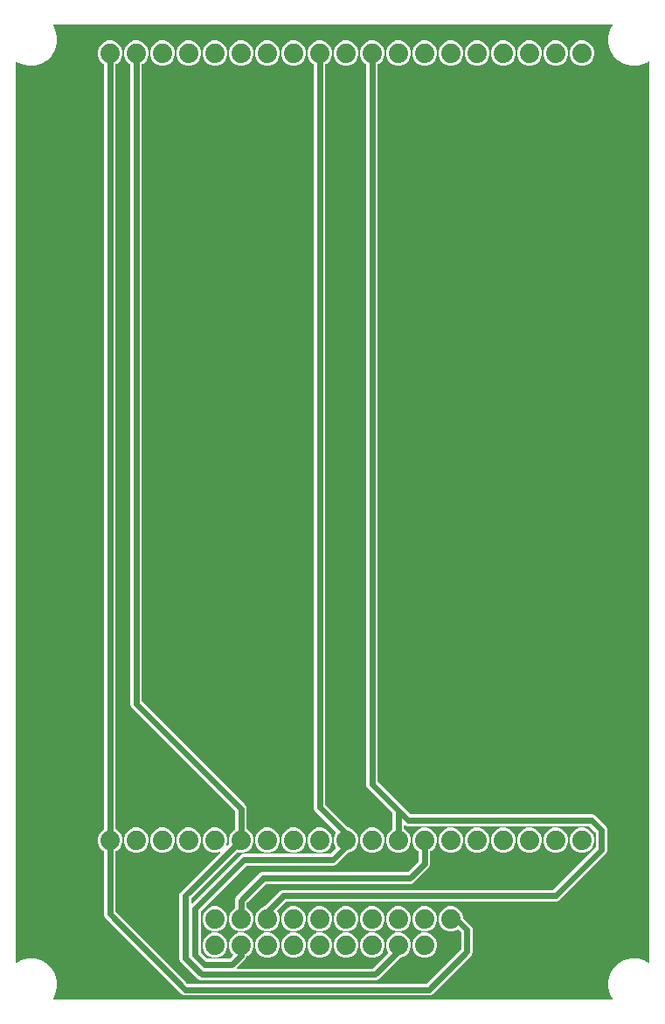
<source format=gbr>
G04 EAGLE Gerber RS-274X export*
G75*
%MOMM*%
%FSLAX34Y34*%
%LPD*%
%INBottom Copper*%
%IPPOS*%
%AMOC8*
5,1,8,0,0,1.08239X$1,22.5*%
G01*
%ADD10C,1.879600*%
%ADD11C,0.609600*%

G36*
X587901Y10557D02*
X587901Y10557D01*
X587996Y10566D01*
X588022Y10577D01*
X588050Y10581D01*
X588134Y10626D01*
X588221Y10664D01*
X588242Y10683D01*
X588267Y10697D01*
X588333Y10766D01*
X588403Y10830D01*
X588417Y10854D01*
X588436Y10875D01*
X588477Y10961D01*
X588523Y11045D01*
X588528Y11072D01*
X588540Y11098D01*
X588550Y11193D01*
X588568Y11286D01*
X588564Y11314D01*
X588567Y11342D01*
X588547Y11436D01*
X588533Y11530D01*
X588519Y11562D01*
X588515Y11583D01*
X588498Y11611D01*
X588466Y11684D01*
X586154Y15688D01*
X584439Y22088D01*
X584439Y28712D01*
X586154Y35112D01*
X589466Y40849D01*
X594151Y45534D01*
X599888Y48846D01*
X606288Y50561D01*
X612912Y50561D01*
X619312Y48846D01*
X623316Y46534D01*
X623405Y46500D01*
X623492Y46460D01*
X623520Y46457D01*
X623546Y46447D01*
X623642Y46443D01*
X623736Y46433D01*
X623764Y46439D01*
X623792Y46438D01*
X623884Y46465D01*
X623977Y46485D01*
X624001Y46500D01*
X624028Y46508D01*
X624106Y46563D01*
X624188Y46611D01*
X624206Y46633D01*
X624229Y46649D01*
X624286Y46726D01*
X624348Y46798D01*
X624358Y46825D01*
X624375Y46847D01*
X624404Y46938D01*
X624440Y47026D01*
X624444Y47062D01*
X624450Y47082D01*
X624450Y47115D01*
X624458Y47193D01*
X624458Y918007D01*
X624443Y918101D01*
X624434Y918196D01*
X624423Y918222D01*
X624419Y918250D01*
X624374Y918334D01*
X624336Y918421D01*
X624317Y918442D01*
X624303Y918467D01*
X624234Y918533D01*
X624170Y918603D01*
X624146Y918617D01*
X624125Y918636D01*
X624039Y918677D01*
X623955Y918723D01*
X623928Y918728D01*
X623902Y918740D01*
X623807Y918750D01*
X623714Y918768D01*
X623686Y918764D01*
X623658Y918767D01*
X623564Y918747D01*
X623470Y918733D01*
X623438Y918719D01*
X623417Y918715D01*
X623389Y918698D01*
X623316Y918666D01*
X619312Y916354D01*
X612912Y914639D01*
X606288Y914639D01*
X599888Y916354D01*
X594151Y919666D01*
X589466Y924351D01*
X586154Y930088D01*
X584439Y936488D01*
X584439Y943112D01*
X586154Y949512D01*
X588466Y953516D01*
X588500Y953605D01*
X588540Y953692D01*
X588543Y953720D01*
X588553Y953746D01*
X588557Y953842D01*
X588567Y953936D01*
X588561Y953964D01*
X588562Y953992D01*
X588535Y954084D01*
X588515Y954177D01*
X588500Y954201D01*
X588492Y954228D01*
X588437Y954306D01*
X588389Y954388D01*
X588367Y954406D01*
X588351Y954429D01*
X588274Y954486D01*
X588202Y954548D01*
X588175Y954558D01*
X588153Y954575D01*
X588062Y954604D01*
X587974Y954640D01*
X587938Y954644D01*
X587918Y954650D01*
X587885Y954650D01*
X587807Y954658D01*
X47193Y954658D01*
X47099Y954643D01*
X47004Y954634D01*
X46978Y954623D01*
X46950Y954619D01*
X46866Y954574D01*
X46779Y954536D01*
X46758Y954517D01*
X46733Y954503D01*
X46667Y954434D01*
X46597Y954370D01*
X46583Y954346D01*
X46564Y954325D01*
X46523Y954239D01*
X46477Y954155D01*
X46472Y954128D01*
X46460Y954102D01*
X46450Y954007D01*
X46432Y953914D01*
X46436Y953886D01*
X46433Y953858D01*
X46453Y953764D01*
X46467Y953670D01*
X46481Y953638D01*
X46485Y953617D01*
X46502Y953589D01*
X46534Y953516D01*
X48846Y949512D01*
X50561Y943112D01*
X50561Y936488D01*
X48846Y930088D01*
X45534Y924351D01*
X40849Y919666D01*
X35112Y916354D01*
X28712Y914639D01*
X22088Y914639D01*
X15688Y916354D01*
X11684Y918666D01*
X11595Y918700D01*
X11508Y918740D01*
X11480Y918743D01*
X11454Y918753D01*
X11358Y918757D01*
X11264Y918767D01*
X11236Y918761D01*
X11208Y918762D01*
X11116Y918735D01*
X11023Y918715D01*
X10999Y918700D01*
X10972Y918692D01*
X10894Y918637D01*
X10812Y918589D01*
X10794Y918567D01*
X10771Y918551D01*
X10714Y918474D01*
X10652Y918402D01*
X10642Y918375D01*
X10625Y918353D01*
X10596Y918262D01*
X10560Y918174D01*
X10556Y918138D01*
X10550Y918118D01*
X10550Y918085D01*
X10542Y918007D01*
X10542Y47193D01*
X10557Y47099D01*
X10566Y47004D01*
X10577Y46978D01*
X10581Y46950D01*
X10626Y46866D01*
X10664Y46779D01*
X10683Y46758D01*
X10697Y46733D01*
X10766Y46667D01*
X10830Y46597D01*
X10854Y46583D01*
X10875Y46564D01*
X10961Y46523D01*
X11045Y46477D01*
X11072Y46472D01*
X11098Y46460D01*
X11193Y46450D01*
X11286Y46432D01*
X11314Y46436D01*
X11342Y46433D01*
X11436Y46453D01*
X11530Y46467D01*
X11562Y46481D01*
X11583Y46485D01*
X11611Y46502D01*
X11684Y46534D01*
X15688Y48846D01*
X22088Y50561D01*
X28712Y50561D01*
X35112Y48846D01*
X40849Y45534D01*
X45534Y40849D01*
X48846Y35112D01*
X50561Y28712D01*
X50561Y22088D01*
X48846Y15688D01*
X46534Y11684D01*
X46500Y11595D01*
X46460Y11508D01*
X46457Y11480D01*
X46447Y11454D01*
X46443Y11358D01*
X46433Y11264D01*
X46439Y11236D01*
X46438Y11208D01*
X46465Y11116D01*
X46485Y11023D01*
X46500Y10999D01*
X46508Y10972D01*
X46563Y10894D01*
X46611Y10812D01*
X46633Y10794D01*
X46649Y10771D01*
X46726Y10714D01*
X46798Y10652D01*
X46825Y10642D01*
X46847Y10625D01*
X46938Y10596D01*
X47026Y10560D01*
X47062Y10556D01*
X47082Y10550D01*
X47115Y10550D01*
X47193Y10542D01*
X587807Y10542D01*
X587901Y10557D01*
G37*
%LPC*%
G36*
X189388Y29336D02*
X189388Y29336D01*
X187334Y30187D01*
X185655Y31866D01*
X171566Y45955D01*
X169887Y47634D01*
X169036Y49688D01*
X169036Y112237D01*
X169887Y114291D01*
X171566Y115970D01*
X208302Y152706D01*
X208359Y152785D01*
X208421Y152860D01*
X208430Y152884D01*
X208446Y152906D01*
X208474Y152999D01*
X208509Y153089D01*
X208510Y153116D01*
X208518Y153141D01*
X208515Y153238D01*
X208520Y153335D01*
X208512Y153360D01*
X208512Y153386D01*
X208478Y153478D01*
X208451Y153571D01*
X208436Y153593D01*
X208427Y153617D01*
X208366Y153694D01*
X208311Y153773D01*
X208290Y153789D01*
X208273Y153810D01*
X208192Y153862D01*
X208113Y153920D01*
X208089Y153928D01*
X208067Y153943D01*
X207972Y153966D01*
X207880Y153996D01*
X207853Y153996D01*
X207828Y154003D01*
X207731Y153995D01*
X207634Y153994D01*
X207602Y153985D01*
X207583Y153983D01*
X207553Y153971D01*
X207473Y153947D01*
X205575Y153161D01*
X200825Y153161D01*
X196437Y154979D01*
X193079Y158337D01*
X191261Y162725D01*
X191261Y167475D01*
X193079Y171863D01*
X196437Y175221D01*
X200825Y177039D01*
X205575Y177039D01*
X209963Y175221D01*
X213321Y171863D01*
X215139Y167475D01*
X215139Y162725D01*
X214353Y160827D01*
X214330Y160733D01*
X214302Y160640D01*
X214302Y160613D01*
X214296Y160588D01*
X214306Y160491D01*
X214308Y160394D01*
X214317Y160369D01*
X214320Y160343D01*
X214359Y160254D01*
X214393Y160163D01*
X214409Y160142D01*
X214420Y160118D01*
X214485Y160047D01*
X214546Y159971D01*
X214568Y159957D01*
X214586Y159937D01*
X214671Y159890D01*
X214753Y159838D01*
X214779Y159831D01*
X214801Y159819D01*
X214897Y159801D01*
X214992Y159778D01*
X215018Y159780D01*
X215044Y159775D01*
X215140Y159789D01*
X215237Y159797D01*
X215261Y159807D01*
X215287Y159811D01*
X215374Y159855D01*
X215463Y159893D01*
X215489Y159913D01*
X215506Y159922D01*
X215529Y159946D01*
X215594Y159998D01*
X216788Y161192D01*
X216856Y161286D01*
X216926Y161380D01*
X216928Y161386D01*
X216931Y161391D01*
X216966Y161502D01*
X217002Y161614D01*
X217002Y161620D01*
X217004Y161626D01*
X217001Y161743D01*
X217000Y161860D01*
X216998Y161867D01*
X216997Y161872D01*
X216991Y161890D01*
X216953Y162021D01*
X216661Y162725D01*
X216661Y167475D01*
X218479Y171863D01*
X221837Y175221D01*
X222541Y175513D01*
X222641Y175574D01*
X222741Y175634D01*
X222745Y175639D01*
X222750Y175642D01*
X222825Y175732D01*
X222901Y175821D01*
X222903Y175827D01*
X222907Y175832D01*
X222949Y175940D01*
X222993Y176049D01*
X222994Y176057D01*
X222995Y176062D01*
X222996Y176080D01*
X223011Y176216D01*
X223011Y192950D01*
X222997Y193040D01*
X222989Y193131D01*
X222977Y193161D01*
X222972Y193192D01*
X222929Y193273D01*
X222893Y193357D01*
X222867Y193389D01*
X222856Y193410D01*
X222833Y193432D01*
X222788Y193488D01*
X122262Y294014D01*
X121411Y296068D01*
X121411Y915984D01*
X121392Y916099D01*
X121375Y916215D01*
X121373Y916220D01*
X121372Y916227D01*
X121317Y916329D01*
X121264Y916434D01*
X121259Y916439D01*
X121256Y916444D01*
X121172Y916524D01*
X121088Y916606D01*
X121082Y916610D01*
X121078Y916613D01*
X121061Y916621D01*
X120941Y916687D01*
X120237Y916979D01*
X116879Y920337D01*
X115061Y924725D01*
X115061Y929475D01*
X116879Y933863D01*
X120237Y937221D01*
X124625Y939039D01*
X129375Y939039D01*
X133763Y937221D01*
X137121Y933863D01*
X138939Y929475D01*
X138939Y924725D01*
X137121Y920337D01*
X133763Y916979D01*
X133059Y916687D01*
X132959Y916626D01*
X132859Y916566D01*
X132855Y916561D01*
X132850Y916558D01*
X132775Y916468D01*
X132699Y916379D01*
X132697Y916373D01*
X132693Y916368D01*
X132651Y916260D01*
X132607Y916151D01*
X132606Y916143D01*
X132605Y916138D01*
X132604Y916120D01*
X132589Y915984D01*
X132589Y299810D01*
X132592Y299793D01*
X132590Y299777D01*
X132604Y299711D01*
X132611Y299629D01*
X132623Y299599D01*
X132628Y299568D01*
X132640Y299545D01*
X132642Y299537D01*
X132665Y299498D01*
X132671Y299487D01*
X132707Y299403D01*
X132733Y299371D01*
X132744Y299350D01*
X132767Y299328D01*
X132768Y299326D01*
X132770Y299325D01*
X132812Y299272D01*
X233338Y198746D01*
X234189Y196692D01*
X234189Y176216D01*
X234208Y176101D01*
X234225Y175985D01*
X234227Y175980D01*
X234228Y175973D01*
X234283Y175871D01*
X234336Y175766D01*
X234341Y175761D01*
X234344Y175756D01*
X234428Y175676D01*
X234512Y175594D01*
X234518Y175590D01*
X234522Y175587D01*
X234539Y175579D01*
X234659Y175513D01*
X235363Y175221D01*
X238721Y171863D01*
X240539Y167475D01*
X240539Y162725D01*
X238721Y158337D01*
X235363Y154979D01*
X230975Y153161D01*
X226225Y153161D01*
X225521Y153453D01*
X225407Y153480D01*
X225294Y153508D01*
X225288Y153508D01*
X225282Y153509D01*
X225165Y153498D01*
X225049Y153489D01*
X225043Y153487D01*
X225037Y153486D01*
X224929Y153438D01*
X224823Y153393D01*
X224817Y153388D01*
X224812Y153386D01*
X224798Y153373D01*
X224692Y153288D01*
X180437Y109033D01*
X180384Y108959D01*
X180324Y108890D01*
X180312Y108859D01*
X180293Y108833D01*
X180266Y108746D01*
X180232Y108661D01*
X180228Y108621D01*
X180221Y108598D01*
X180222Y108566D01*
X180214Y108495D01*
X180214Y104230D01*
X180225Y104159D01*
X180227Y104088D01*
X180245Y104039D01*
X180253Y103987D01*
X180287Y103924D01*
X180312Y103857D01*
X180344Y103816D01*
X180369Y103770D01*
X180421Y103721D01*
X180465Y103665D01*
X180509Y103637D01*
X180547Y103601D01*
X180612Y103571D01*
X180672Y103532D01*
X180723Y103519D01*
X180770Y103497D01*
X180841Y103489D01*
X180911Y103472D01*
X180963Y103476D01*
X181014Y103470D01*
X181085Y103485D01*
X181156Y103491D01*
X181204Y103511D01*
X181255Y103522D01*
X181316Y103559D01*
X181382Y103587D01*
X181438Y103632D01*
X181466Y103648D01*
X181481Y103666D01*
X181513Y103692D01*
X226930Y149109D01*
X228609Y150788D01*
X230663Y151639D01*
X314870Y151639D01*
X314960Y151653D01*
X315051Y151661D01*
X315081Y151673D01*
X315112Y151678D01*
X315193Y151721D01*
X315277Y151757D01*
X315309Y151783D01*
X315330Y151794D01*
X315352Y151817D01*
X315408Y151862D01*
X320443Y156897D01*
X320455Y156913D01*
X320470Y156925D01*
X320526Y157012D01*
X320586Y157096D01*
X320592Y157115D01*
X320603Y157132D01*
X320628Y157233D01*
X320659Y157331D01*
X320658Y157351D01*
X320663Y157371D01*
X320655Y157474D01*
X320652Y157577D01*
X320646Y157596D01*
X320644Y157616D01*
X320604Y157711D01*
X320568Y157808D01*
X320556Y157824D01*
X320548Y157842D01*
X320443Y157973D01*
X320079Y158337D01*
X318261Y162725D01*
X318261Y167475D01*
X320079Y171863D01*
X320443Y172227D01*
X320455Y172243D01*
X320470Y172255D01*
X320526Y172343D01*
X320586Y172427D01*
X320592Y172446D01*
X320603Y172462D01*
X320628Y172563D01*
X320659Y172662D01*
X320658Y172682D01*
X320663Y172701D01*
X320655Y172804D01*
X320652Y172908D01*
X320646Y172926D01*
X320644Y172946D01*
X320604Y173041D01*
X320568Y173139D01*
X320556Y173154D01*
X320548Y173172D01*
X320443Y173303D01*
X300062Y193684D01*
X299211Y195738D01*
X299211Y915984D01*
X299192Y916099D01*
X299175Y916215D01*
X299173Y916220D01*
X299172Y916227D01*
X299117Y916329D01*
X299064Y916434D01*
X299059Y916439D01*
X299056Y916444D01*
X298972Y916524D01*
X298888Y916606D01*
X298882Y916610D01*
X298878Y916613D01*
X298861Y916621D01*
X298741Y916687D01*
X298037Y916979D01*
X294679Y920337D01*
X292861Y924725D01*
X292861Y929475D01*
X294679Y933863D01*
X298037Y937221D01*
X302425Y939039D01*
X307175Y939039D01*
X311563Y937221D01*
X314921Y933863D01*
X316739Y929475D01*
X316739Y924725D01*
X314921Y920337D01*
X311563Y916979D01*
X310859Y916687D01*
X310759Y916626D01*
X310659Y916566D01*
X310655Y916561D01*
X310650Y916558D01*
X310575Y916468D01*
X310499Y916379D01*
X310497Y916373D01*
X310493Y916368D01*
X310451Y916260D01*
X310407Y916151D01*
X310406Y916143D01*
X310405Y916138D01*
X310404Y916120D01*
X310389Y915984D01*
X310389Y199480D01*
X310403Y199390D01*
X310411Y199299D01*
X310423Y199269D01*
X310428Y199238D01*
X310471Y199157D01*
X310507Y199073D01*
X310533Y199041D01*
X310544Y199020D01*
X310567Y198998D01*
X310612Y198942D01*
X332366Y177188D01*
X332419Y177150D01*
X332466Y177104D01*
X332539Y177064D01*
X332565Y177045D01*
X332584Y177039D01*
X332613Y177023D01*
X336963Y175221D01*
X340321Y171863D01*
X342139Y167475D01*
X342139Y162725D01*
X340321Y158337D01*
X336963Y154979D01*
X332613Y153177D01*
X332557Y153142D01*
X332497Y153117D01*
X332432Y153065D01*
X332403Y153047D01*
X332391Y153032D01*
X332366Y153012D01*
X320666Y141312D01*
X318612Y140461D01*
X234405Y140461D01*
X234315Y140447D01*
X234224Y140439D01*
X234194Y140427D01*
X234163Y140422D01*
X234082Y140379D01*
X233998Y140343D01*
X233966Y140317D01*
X233945Y140306D01*
X233923Y140283D01*
X233867Y140238D01*
X189962Y96333D01*
X189919Y96273D01*
X189877Y96230D01*
X189870Y96214D01*
X189849Y96190D01*
X189837Y96159D01*
X189818Y96133D01*
X189791Y96046D01*
X189786Y96033D01*
X189774Y96007D01*
X189773Y96001D01*
X189757Y95961D01*
X189753Y95921D01*
X189746Y95898D01*
X189747Y95866D01*
X189739Y95795D01*
X189739Y56605D01*
X189753Y56515D01*
X189761Y56424D01*
X189773Y56394D01*
X189778Y56363D01*
X189821Y56282D01*
X189857Y56198D01*
X189883Y56166D01*
X189894Y56145D01*
X189917Y56123D01*
X189962Y56067D01*
X195767Y50262D01*
X195841Y50209D01*
X195910Y50149D01*
X195940Y50137D01*
X195967Y50118D01*
X196054Y50091D01*
X196139Y50057D01*
X196179Y50053D01*
X196202Y50046D01*
X196234Y50047D01*
X196305Y50039D01*
X217080Y50039D01*
X217170Y50053D01*
X217261Y50061D01*
X217291Y50073D01*
X217322Y50078D01*
X217403Y50121D01*
X217487Y50157D01*
X217519Y50183D01*
X217540Y50194D01*
X217562Y50217D01*
X217618Y50262D01*
X220748Y53392D01*
X220760Y53408D01*
X220775Y53420D01*
X220816Y53484D01*
X220836Y53505D01*
X220848Y53531D01*
X220891Y53591D01*
X220897Y53610D01*
X220908Y53627D01*
X220926Y53699D01*
X220940Y53728D01*
X220943Y53759D01*
X220964Y53826D01*
X220963Y53846D01*
X220968Y53866D01*
X220963Y53936D01*
X220967Y53972D01*
X220959Y54007D01*
X220957Y54072D01*
X220951Y54091D01*
X220949Y54111D01*
X220924Y54171D01*
X220914Y54213D01*
X220893Y54249D01*
X220873Y54303D01*
X220861Y54319D01*
X220853Y54337D01*
X220803Y54399D01*
X220788Y54424D01*
X220773Y54437D01*
X220748Y54468D01*
X218479Y56737D01*
X216661Y61125D01*
X216661Y65875D01*
X218479Y70263D01*
X221837Y73621D01*
X226225Y75439D01*
X230975Y75439D01*
X235363Y73621D01*
X238721Y70263D01*
X240539Y65875D01*
X240539Y61125D01*
X238721Y56737D01*
X235363Y53379D01*
X234659Y53087D01*
X234559Y53026D01*
X234459Y52966D01*
X234455Y52961D01*
X234450Y52958D01*
X234375Y52868D01*
X234299Y52779D01*
X234297Y52773D01*
X234293Y52768D01*
X234251Y52660D01*
X234207Y52551D01*
X234206Y52543D01*
X234205Y52538D01*
X234204Y52520D01*
X234189Y52384D01*
X234189Y52228D01*
X233338Y50174D01*
X224977Y41813D01*
X224935Y41755D01*
X224886Y41703D01*
X224864Y41656D01*
X224833Y41614D01*
X224812Y41545D01*
X224782Y41480D01*
X224776Y41428D01*
X224761Y41378D01*
X224763Y41307D01*
X224755Y41236D01*
X224766Y41185D01*
X224767Y41133D01*
X224792Y41065D01*
X224807Y40995D01*
X224834Y40950D01*
X224852Y40902D01*
X224897Y40846D01*
X224933Y40784D01*
X224973Y40750D01*
X225006Y40710D01*
X225066Y40671D01*
X225120Y40624D01*
X225169Y40605D01*
X225212Y40577D01*
X225282Y40559D01*
X225348Y40532D01*
X225420Y40524D01*
X225451Y40516D01*
X225474Y40518D01*
X225515Y40514D01*
X356145Y40514D01*
X356235Y40528D01*
X356326Y40536D01*
X356356Y40548D01*
X356387Y40553D01*
X356468Y40596D01*
X356552Y40632D01*
X356584Y40658D01*
X356605Y40669D01*
X356627Y40692D01*
X356683Y40737D01*
X371243Y55297D01*
X371255Y55313D01*
X371270Y55325D01*
X371326Y55413D01*
X371386Y55496D01*
X371392Y55515D01*
X371403Y55532D01*
X371428Y55633D01*
X371459Y55731D01*
X371458Y55751D01*
X371463Y55771D01*
X371455Y55874D01*
X371452Y55977D01*
X371446Y55996D01*
X371444Y56016D01*
X371404Y56111D01*
X371368Y56208D01*
X371355Y56224D01*
X371348Y56242D01*
X371243Y56373D01*
X370879Y56737D01*
X369061Y61125D01*
X369061Y65875D01*
X370879Y70263D01*
X374237Y73621D01*
X378625Y75439D01*
X383375Y75439D01*
X387763Y73621D01*
X391121Y70263D01*
X392939Y65875D01*
X392939Y61125D01*
X391121Y56737D01*
X387763Y53379D01*
X383413Y51577D01*
X383357Y51542D01*
X383297Y51517D01*
X383232Y51465D01*
X383203Y51447D01*
X383191Y51432D01*
X383166Y51412D01*
X361941Y30187D01*
X359887Y29336D01*
X189388Y29336D01*
G37*
%LPD*%
%LPC*%
G36*
X251625Y76961D02*
X251625Y76961D01*
X247237Y78779D01*
X243879Y82137D01*
X242061Y86525D01*
X242061Y91275D01*
X243879Y95663D01*
X247237Y99021D01*
X251587Y100823D01*
X251643Y100858D01*
X251703Y100883D01*
X251768Y100935D01*
X251797Y100953D01*
X251809Y100968D01*
X251834Y100988D01*
X266709Y115863D01*
X268763Y116714D01*
X530770Y116714D01*
X530860Y116728D01*
X530951Y116736D01*
X530981Y116748D01*
X531012Y116753D01*
X531093Y116796D01*
X531177Y116832D01*
X531209Y116858D01*
X531230Y116869D01*
X531252Y116892D01*
X531308Y116937D01*
X572038Y157667D01*
X572091Y157741D01*
X572151Y157810D01*
X572163Y157841D01*
X572182Y157867D01*
X572209Y157954D01*
X572243Y158039D01*
X572247Y158079D01*
X572254Y158102D01*
X572253Y158134D01*
X572261Y158205D01*
X572261Y171995D01*
X572247Y172085D01*
X572239Y172176D01*
X572227Y172206D01*
X572222Y172237D01*
X572179Y172318D01*
X572143Y172402D01*
X572117Y172434D01*
X572106Y172455D01*
X572083Y172477D01*
X572038Y172533D01*
X566233Y178338D01*
X566159Y178391D01*
X566090Y178451D01*
X566059Y178463D01*
X566033Y178482D01*
X565946Y178509D01*
X565861Y178543D01*
X565821Y178547D01*
X565798Y178554D01*
X565766Y178553D01*
X565695Y178561D01*
X389413Y178561D01*
X387641Y179295D01*
X387597Y179306D01*
X387555Y179325D01*
X387478Y179334D01*
X387402Y179351D01*
X387356Y179347D01*
X387311Y179352D01*
X387234Y179336D01*
X387157Y179328D01*
X387115Y179310D01*
X387070Y179300D01*
X387003Y179260D01*
X386932Y179228D01*
X386898Y179197D01*
X386859Y179174D01*
X386808Y179115D01*
X386751Y179062D01*
X386729Y179022D01*
X386699Y178987D01*
X386670Y178915D01*
X386633Y178846D01*
X386624Y178801D01*
X386607Y178759D01*
X386592Y178623D01*
X386589Y178604D01*
X386590Y178599D01*
X386589Y178592D01*
X386589Y176216D01*
X386608Y176101D01*
X386625Y175985D01*
X386627Y175980D01*
X386628Y175973D01*
X386683Y175871D01*
X386736Y175766D01*
X386741Y175761D01*
X386744Y175756D01*
X386828Y175676D01*
X386912Y175594D01*
X386918Y175590D01*
X386922Y175587D01*
X386939Y175579D01*
X387059Y175513D01*
X387763Y175221D01*
X391121Y171863D01*
X392939Y167475D01*
X392939Y162725D01*
X391121Y158337D01*
X387763Y154979D01*
X383375Y153161D01*
X378625Y153161D01*
X374237Y154979D01*
X370879Y158337D01*
X369061Y162725D01*
X369061Y167475D01*
X370879Y171863D01*
X374237Y175221D01*
X374941Y175513D01*
X375041Y175574D01*
X375141Y175634D01*
X375145Y175639D01*
X375150Y175642D01*
X375225Y175732D01*
X375301Y175821D01*
X375303Y175827D01*
X375307Y175832D01*
X375349Y175940D01*
X375393Y176049D01*
X375394Y176057D01*
X375395Y176062D01*
X375396Y176080D01*
X375411Y176216D01*
X375411Y191045D01*
X375397Y191135D01*
X375389Y191226D01*
X375377Y191256D01*
X375372Y191287D01*
X375329Y191368D01*
X375293Y191452D01*
X375267Y191484D01*
X375256Y191505D01*
X375233Y191527D01*
X375188Y191583D01*
X350862Y215909D01*
X350011Y217963D01*
X350011Y915984D01*
X349992Y916099D01*
X349975Y916215D01*
X349973Y916220D01*
X349972Y916227D01*
X349917Y916329D01*
X349864Y916434D01*
X349859Y916439D01*
X349856Y916444D01*
X349772Y916524D01*
X349688Y916606D01*
X349682Y916610D01*
X349678Y916613D01*
X349661Y916621D01*
X349541Y916687D01*
X348837Y916979D01*
X345479Y920337D01*
X343661Y924725D01*
X343661Y929475D01*
X345479Y933863D01*
X348837Y937221D01*
X353225Y939039D01*
X357975Y939039D01*
X362363Y937221D01*
X365721Y933863D01*
X367539Y929475D01*
X367539Y924725D01*
X365721Y920337D01*
X362363Y916979D01*
X361659Y916687D01*
X361559Y916626D01*
X361459Y916566D01*
X361455Y916561D01*
X361450Y916558D01*
X361375Y916468D01*
X361299Y916379D01*
X361297Y916373D01*
X361293Y916368D01*
X361251Y916260D01*
X361207Y916151D01*
X361206Y916143D01*
X361205Y916138D01*
X361204Y916120D01*
X361189Y915984D01*
X361189Y221705D01*
X361203Y221615D01*
X361211Y221524D01*
X361223Y221494D01*
X361228Y221463D01*
X361271Y221382D01*
X361307Y221298D01*
X361333Y221266D01*
X361344Y221245D01*
X361367Y221223D01*
X361412Y221167D01*
X392617Y189962D01*
X392691Y189909D01*
X392760Y189849D01*
X392791Y189837D01*
X392817Y189818D01*
X392904Y189791D01*
X392989Y189757D01*
X393029Y189753D01*
X393052Y189746D01*
X393084Y189747D01*
X393155Y189739D01*
X569437Y189739D01*
X571491Y188888D01*
X582588Y177791D01*
X583439Y175737D01*
X583439Y154463D01*
X582588Y152409D01*
X536566Y106387D01*
X534512Y105536D01*
X272505Y105536D01*
X272415Y105522D01*
X272324Y105514D01*
X272294Y105502D01*
X272263Y105497D01*
X272182Y105454D01*
X272098Y105418D01*
X272066Y105392D01*
X272045Y105381D01*
X272023Y105358D01*
X271967Y105313D01*
X263757Y97103D01*
X263745Y97087D01*
X263730Y97075D01*
X263693Y97017D01*
X263668Y96991D01*
X263653Y96958D01*
X263614Y96904D01*
X263608Y96885D01*
X263597Y96868D01*
X263580Y96803D01*
X263564Y96768D01*
X263560Y96730D01*
X263541Y96669D01*
X263542Y96649D01*
X263537Y96629D01*
X263542Y96565D01*
X263537Y96524D01*
X263546Y96484D01*
X263548Y96423D01*
X263554Y96404D01*
X263556Y96384D01*
X263580Y96328D01*
X263590Y96283D01*
X263613Y96244D01*
X263632Y96192D01*
X263644Y96176D01*
X263652Y96158D01*
X263701Y96097D01*
X263716Y96072D01*
X263732Y96058D01*
X263757Y96027D01*
X264121Y95663D01*
X265939Y91275D01*
X265939Y86525D01*
X264121Y82137D01*
X260763Y78779D01*
X256375Y76961D01*
X251625Y76961D01*
G37*
%LPD*%
%LPC*%
G36*
X173513Y14731D02*
X173513Y14731D01*
X171459Y15582D01*
X96862Y90179D01*
X96011Y92233D01*
X96011Y153984D01*
X95992Y154099D01*
X95975Y154215D01*
X95973Y154220D01*
X95972Y154227D01*
X95917Y154329D01*
X95864Y154434D01*
X95859Y154439D01*
X95856Y154444D01*
X95772Y154524D01*
X95688Y154606D01*
X95682Y154610D01*
X95678Y154613D01*
X95661Y154621D01*
X95541Y154687D01*
X94837Y154979D01*
X91479Y158337D01*
X89661Y162725D01*
X89661Y167475D01*
X91479Y171863D01*
X94837Y175221D01*
X95541Y175513D01*
X95641Y175574D01*
X95741Y175634D01*
X95745Y175639D01*
X95750Y175642D01*
X95825Y175732D01*
X95901Y175821D01*
X95903Y175827D01*
X95907Y175832D01*
X95949Y175940D01*
X95993Y176049D01*
X95994Y176057D01*
X95995Y176062D01*
X95996Y176080D01*
X96011Y176216D01*
X96011Y915984D01*
X95992Y916099D01*
X95975Y916215D01*
X95973Y916220D01*
X95972Y916227D01*
X95917Y916329D01*
X95864Y916434D01*
X95859Y916439D01*
X95856Y916444D01*
X95772Y916524D01*
X95688Y916606D01*
X95682Y916610D01*
X95678Y916613D01*
X95661Y916621D01*
X95541Y916687D01*
X94837Y916979D01*
X91479Y920337D01*
X89661Y924725D01*
X89661Y929475D01*
X91479Y933863D01*
X94837Y937221D01*
X99225Y939039D01*
X103975Y939039D01*
X108363Y937221D01*
X111721Y933863D01*
X113539Y929475D01*
X113539Y924725D01*
X111721Y920337D01*
X108363Y916979D01*
X107659Y916687D01*
X107559Y916626D01*
X107459Y916566D01*
X107455Y916561D01*
X107450Y916558D01*
X107375Y916468D01*
X107299Y916379D01*
X107297Y916373D01*
X107293Y916368D01*
X107251Y916260D01*
X107207Y916151D01*
X107206Y916143D01*
X107205Y916138D01*
X107204Y916120D01*
X107189Y915984D01*
X107189Y176216D01*
X107208Y176101D01*
X107225Y175985D01*
X107227Y175980D01*
X107228Y175973D01*
X107283Y175871D01*
X107336Y175766D01*
X107341Y175761D01*
X107344Y175756D01*
X107428Y175676D01*
X107512Y175594D01*
X107518Y175590D01*
X107522Y175587D01*
X107539Y175579D01*
X107659Y175513D01*
X108363Y175221D01*
X111721Y171863D01*
X113539Y167475D01*
X113539Y162725D01*
X111721Y158337D01*
X108363Y154979D01*
X107659Y154687D01*
X107559Y154626D01*
X107459Y154566D01*
X107455Y154561D01*
X107450Y154558D01*
X107375Y154468D01*
X107299Y154379D01*
X107297Y154373D01*
X107293Y154368D01*
X107251Y154260D01*
X107207Y154151D01*
X107206Y154143D01*
X107205Y154138D01*
X107204Y154120D01*
X107189Y153984D01*
X107189Y95975D01*
X107203Y95885D01*
X107211Y95794D01*
X107223Y95764D01*
X107228Y95733D01*
X107271Y95652D01*
X107307Y95568D01*
X107333Y95536D01*
X107344Y95515D01*
X107367Y95493D01*
X107412Y95437D01*
X176717Y26132D01*
X176791Y26079D01*
X176860Y26019D01*
X176891Y26007D01*
X176917Y25988D01*
X177004Y25961D01*
X177089Y25927D01*
X177129Y25923D01*
X177152Y25916D01*
X177184Y25917D01*
X177255Y25909D01*
X408215Y25909D01*
X408305Y25923D01*
X408396Y25931D01*
X408426Y25943D01*
X408457Y25948D01*
X408538Y25991D01*
X408622Y26027D01*
X408654Y26053D01*
X408675Y26064D01*
X408697Y26087D01*
X408753Y26132D01*
X441863Y59242D01*
X441916Y59316D01*
X441976Y59385D01*
X441988Y59416D01*
X442007Y59442D01*
X442034Y59529D01*
X442068Y59614D01*
X442072Y59654D01*
X442079Y59677D01*
X442078Y59709D01*
X442086Y59780D01*
X442086Y75475D01*
X442072Y75565D01*
X442064Y75656D01*
X442052Y75686D01*
X442047Y75717D01*
X442004Y75798D01*
X441968Y75882D01*
X441942Y75914D01*
X441931Y75935D01*
X441908Y75957D01*
X441863Y76013D01*
X439301Y78576D01*
X439206Y78644D01*
X439112Y78714D01*
X439106Y78716D01*
X439101Y78719D01*
X438990Y78754D01*
X438878Y78790D01*
X438872Y78790D01*
X438866Y78792D01*
X438749Y78789D01*
X438632Y78788D01*
X438625Y78785D01*
X438620Y78785D01*
X438602Y78779D01*
X438471Y78741D01*
X434175Y76961D01*
X429425Y76961D01*
X425037Y78779D01*
X421679Y82137D01*
X419861Y86525D01*
X419861Y91275D01*
X421679Y95663D01*
X425037Y99021D01*
X429425Y100839D01*
X434175Y100839D01*
X438563Y99021D01*
X441921Y95663D01*
X443739Y91275D01*
X443739Y90260D01*
X443753Y90170D01*
X443761Y90079D01*
X443773Y90049D01*
X443778Y90018D01*
X443821Y89937D01*
X443857Y89853D01*
X443883Y89821D01*
X443894Y89800D01*
X443917Y89778D01*
X443962Y89722D01*
X452413Y81271D01*
X453264Y79217D01*
X453264Y56038D01*
X452413Y53984D01*
X414011Y15582D01*
X411957Y14731D01*
X173513Y14731D01*
G37*
%LPD*%
%LPC*%
G36*
X226225Y76961D02*
X226225Y76961D01*
X221837Y78779D01*
X218479Y82137D01*
X216661Y86525D01*
X216661Y91275D01*
X218479Y95663D01*
X221837Y99021D01*
X222541Y99313D01*
X222641Y99374D01*
X222741Y99434D01*
X222745Y99439D01*
X222750Y99442D01*
X222825Y99532D01*
X222901Y99621D01*
X222903Y99627D01*
X222907Y99632D01*
X222949Y99740D01*
X222993Y99849D01*
X222994Y99857D01*
X222995Y99862D01*
X222996Y99880D01*
X223011Y100016D01*
X223011Y107792D01*
X223862Y109846D01*
X247024Y133008D01*
X249078Y133859D01*
X389800Y133859D01*
X389890Y133873D01*
X389981Y133881D01*
X390011Y133893D01*
X390042Y133898D01*
X390123Y133941D01*
X390207Y133977D01*
X390239Y134003D01*
X390260Y134014D01*
X390265Y134019D01*
X390283Y134038D01*
X390338Y134082D01*
X400588Y144332D01*
X400641Y144406D01*
X400701Y144475D01*
X400713Y144506D01*
X400732Y144532D01*
X400759Y144619D01*
X400793Y144704D01*
X400797Y144744D01*
X400804Y144767D01*
X400803Y144799D01*
X400811Y144870D01*
X400811Y153984D01*
X400792Y154099D01*
X400775Y154215D01*
X400773Y154220D01*
X400772Y154227D01*
X400717Y154329D01*
X400664Y154434D01*
X400659Y154439D01*
X400656Y154444D01*
X400572Y154524D01*
X400488Y154606D01*
X400482Y154610D01*
X400478Y154613D01*
X400461Y154621D01*
X400341Y154687D01*
X399637Y154979D01*
X396279Y158337D01*
X394461Y162725D01*
X394461Y167475D01*
X396279Y171863D01*
X399637Y175221D01*
X404025Y177039D01*
X408775Y177039D01*
X413163Y175221D01*
X416521Y171863D01*
X418339Y167475D01*
X418339Y162725D01*
X416521Y158337D01*
X413163Y154979D01*
X412459Y154687D01*
X412359Y154626D01*
X412259Y154566D01*
X412255Y154561D01*
X412250Y154558D01*
X412175Y154468D01*
X412099Y154379D01*
X412097Y154373D01*
X412093Y154368D01*
X412051Y154260D01*
X412007Y154151D01*
X412006Y154143D01*
X412005Y154138D01*
X412004Y154120D01*
X411989Y153984D01*
X411989Y141128D01*
X411138Y139074D01*
X395596Y123532D01*
X393542Y122681D01*
X252820Y122681D01*
X252730Y122667D01*
X252639Y122659D01*
X252609Y122647D01*
X252578Y122642D01*
X252497Y122599D01*
X252413Y122563D01*
X252381Y122537D01*
X252360Y122526D01*
X252338Y122503D01*
X252282Y122458D01*
X234412Y104588D01*
X234359Y104514D01*
X234299Y104445D01*
X234287Y104414D01*
X234268Y104388D01*
X234241Y104301D01*
X234207Y104216D01*
X234203Y104175D01*
X234196Y104153D01*
X234197Y104121D01*
X234189Y104050D01*
X234189Y100016D01*
X234208Y99901D01*
X234225Y99785D01*
X234227Y99780D01*
X234228Y99773D01*
X234283Y99671D01*
X234336Y99566D01*
X234341Y99561D01*
X234344Y99556D01*
X234428Y99476D01*
X234512Y99394D01*
X234518Y99390D01*
X234522Y99387D01*
X234539Y99379D01*
X234659Y99313D01*
X235363Y99021D01*
X238721Y95663D01*
X240539Y91275D01*
X240539Y86525D01*
X238721Y82137D01*
X235363Y78779D01*
X230975Y76961D01*
X226225Y76961D01*
G37*
%LPD*%
%LPC*%
G36*
X480225Y915161D02*
X480225Y915161D01*
X475837Y916979D01*
X472479Y920337D01*
X470661Y924725D01*
X470661Y929475D01*
X472479Y933863D01*
X475837Y937221D01*
X480225Y939039D01*
X484975Y939039D01*
X489363Y937221D01*
X492721Y933863D01*
X494539Y929475D01*
X494539Y924725D01*
X492721Y920337D01*
X489363Y916979D01*
X484975Y915161D01*
X480225Y915161D01*
G37*
%LPD*%
%LPC*%
G36*
X556425Y915161D02*
X556425Y915161D01*
X552037Y916979D01*
X548679Y920337D01*
X546861Y924725D01*
X546861Y929475D01*
X548679Y933863D01*
X552037Y937221D01*
X556425Y939039D01*
X561175Y939039D01*
X565563Y937221D01*
X568921Y933863D01*
X570739Y929475D01*
X570739Y924725D01*
X568921Y920337D01*
X565563Y916979D01*
X561175Y915161D01*
X556425Y915161D01*
G37*
%LPD*%
%LPC*%
G36*
X505625Y915161D02*
X505625Y915161D01*
X501237Y916979D01*
X497879Y920337D01*
X496061Y924725D01*
X496061Y929475D01*
X497879Y933863D01*
X501237Y937221D01*
X505625Y939039D01*
X510375Y939039D01*
X514763Y937221D01*
X518121Y933863D01*
X519939Y929475D01*
X519939Y924725D01*
X518121Y920337D01*
X514763Y916979D01*
X510375Y915161D01*
X505625Y915161D01*
G37*
%LPD*%
%LPC*%
G36*
X251625Y915161D02*
X251625Y915161D01*
X247237Y916979D01*
X243879Y920337D01*
X242061Y924725D01*
X242061Y929475D01*
X243879Y933863D01*
X247237Y937221D01*
X251625Y939039D01*
X256375Y939039D01*
X260763Y937221D01*
X264121Y933863D01*
X265939Y929475D01*
X265939Y924725D01*
X264121Y920337D01*
X260763Y916979D01*
X256375Y915161D01*
X251625Y915161D01*
G37*
%LPD*%
%LPC*%
G36*
X226225Y915161D02*
X226225Y915161D01*
X221837Y916979D01*
X218479Y920337D01*
X216661Y924725D01*
X216661Y929475D01*
X218479Y933863D01*
X221837Y937221D01*
X226225Y939039D01*
X230975Y939039D01*
X235363Y937221D01*
X238721Y933863D01*
X240539Y929475D01*
X240539Y924725D01*
X238721Y920337D01*
X235363Y916979D01*
X230975Y915161D01*
X226225Y915161D01*
G37*
%LPD*%
%LPC*%
G36*
X378625Y915161D02*
X378625Y915161D01*
X374237Y916979D01*
X370879Y920337D01*
X369061Y924725D01*
X369061Y929475D01*
X370879Y933863D01*
X374237Y937221D01*
X378625Y939039D01*
X383375Y939039D01*
X387763Y937221D01*
X391121Y933863D01*
X392939Y929475D01*
X392939Y924725D01*
X391121Y920337D01*
X387763Y916979D01*
X383375Y915161D01*
X378625Y915161D01*
G37*
%LPD*%
%LPC*%
G36*
X150025Y915161D02*
X150025Y915161D01*
X145637Y916979D01*
X142279Y920337D01*
X140461Y924725D01*
X140461Y929475D01*
X142279Y933863D01*
X145637Y937221D01*
X150025Y939039D01*
X154775Y939039D01*
X159163Y937221D01*
X162521Y933863D01*
X164339Y929475D01*
X164339Y924725D01*
X162521Y920337D01*
X159163Y916979D01*
X154775Y915161D01*
X150025Y915161D01*
G37*
%LPD*%
%LPC*%
G36*
X404025Y915161D02*
X404025Y915161D01*
X399637Y916979D01*
X396279Y920337D01*
X394461Y924725D01*
X394461Y929475D01*
X396279Y933863D01*
X399637Y937221D01*
X404025Y939039D01*
X408775Y939039D01*
X413163Y937221D01*
X416521Y933863D01*
X418339Y929475D01*
X418339Y924725D01*
X416521Y920337D01*
X413163Y916979D01*
X408775Y915161D01*
X404025Y915161D01*
G37*
%LPD*%
%LPC*%
G36*
X429425Y915161D02*
X429425Y915161D01*
X425037Y916979D01*
X421679Y920337D01*
X419861Y924725D01*
X419861Y929475D01*
X421679Y933863D01*
X425037Y937221D01*
X429425Y939039D01*
X434175Y939039D01*
X438563Y937221D01*
X441921Y933863D01*
X443739Y929475D01*
X443739Y924725D01*
X441921Y920337D01*
X438563Y916979D01*
X434175Y915161D01*
X429425Y915161D01*
G37*
%LPD*%
%LPC*%
G36*
X454825Y915161D02*
X454825Y915161D01*
X450437Y916979D01*
X447079Y920337D01*
X445261Y924725D01*
X445261Y929475D01*
X447079Y933863D01*
X450437Y937221D01*
X454825Y939039D01*
X459575Y939039D01*
X463963Y937221D01*
X467321Y933863D01*
X469139Y929475D01*
X469139Y924725D01*
X467321Y920337D01*
X463963Y916979D01*
X459575Y915161D01*
X454825Y915161D01*
G37*
%LPD*%
%LPC*%
G36*
X531025Y915161D02*
X531025Y915161D01*
X526637Y916979D01*
X523279Y920337D01*
X521461Y924725D01*
X521461Y929475D01*
X523279Y933863D01*
X526637Y937221D01*
X531025Y939039D01*
X535775Y939039D01*
X540163Y937221D01*
X543521Y933863D01*
X545339Y929475D01*
X545339Y924725D01*
X543521Y920337D01*
X540163Y916979D01*
X535775Y915161D01*
X531025Y915161D01*
G37*
%LPD*%
%LPC*%
G36*
X200825Y915161D02*
X200825Y915161D01*
X196437Y916979D01*
X193079Y920337D01*
X191261Y924725D01*
X191261Y929475D01*
X193079Y933863D01*
X196437Y937221D01*
X200825Y939039D01*
X205575Y939039D01*
X209963Y937221D01*
X213321Y933863D01*
X215139Y929475D01*
X215139Y924725D01*
X213321Y920337D01*
X209963Y916979D01*
X205575Y915161D01*
X200825Y915161D01*
G37*
%LPD*%
%LPC*%
G36*
X277025Y915161D02*
X277025Y915161D01*
X272637Y916979D01*
X269279Y920337D01*
X267461Y924725D01*
X267461Y929475D01*
X269279Y933863D01*
X272637Y937221D01*
X277025Y939039D01*
X281775Y939039D01*
X286163Y937221D01*
X289521Y933863D01*
X291339Y929475D01*
X291339Y924725D01*
X289521Y920337D01*
X286163Y916979D01*
X281775Y915161D01*
X277025Y915161D01*
G37*
%LPD*%
%LPC*%
G36*
X175425Y915161D02*
X175425Y915161D01*
X171037Y916979D01*
X167679Y920337D01*
X165861Y924725D01*
X165861Y929475D01*
X167679Y933863D01*
X171037Y937221D01*
X175425Y939039D01*
X180175Y939039D01*
X184563Y937221D01*
X187921Y933863D01*
X189739Y929475D01*
X189739Y924725D01*
X187921Y920337D01*
X184563Y916979D01*
X180175Y915161D01*
X175425Y915161D01*
G37*
%LPD*%
%LPC*%
G36*
X353225Y153161D02*
X353225Y153161D01*
X348837Y154979D01*
X345479Y158337D01*
X343661Y162725D01*
X343661Y167475D01*
X345479Y171863D01*
X348837Y175221D01*
X353225Y177039D01*
X357975Y177039D01*
X362363Y175221D01*
X365721Y171863D01*
X367539Y167475D01*
X367539Y162725D01*
X365721Y158337D01*
X362363Y154979D01*
X357975Y153161D01*
X353225Y153161D01*
G37*
%LPD*%
%LPC*%
G36*
X531025Y153161D02*
X531025Y153161D01*
X526637Y154979D01*
X523279Y158337D01*
X521461Y162725D01*
X521461Y167475D01*
X523279Y171863D01*
X526637Y175221D01*
X531025Y177039D01*
X535775Y177039D01*
X540163Y175221D01*
X543521Y171863D01*
X545339Y167475D01*
X545339Y162725D01*
X543521Y158337D01*
X540163Y154979D01*
X535775Y153161D01*
X531025Y153161D01*
G37*
%LPD*%
%LPC*%
G36*
X556425Y153161D02*
X556425Y153161D01*
X552037Y154979D01*
X548679Y158337D01*
X546861Y162725D01*
X546861Y167475D01*
X548679Y171863D01*
X552037Y175221D01*
X556425Y177039D01*
X561175Y177039D01*
X565563Y175221D01*
X568921Y171863D01*
X570739Y167475D01*
X570739Y162725D01*
X568921Y158337D01*
X565563Y154979D01*
X561175Y153161D01*
X556425Y153161D01*
G37*
%LPD*%
%LPC*%
G36*
X505625Y153161D02*
X505625Y153161D01*
X501237Y154979D01*
X497879Y158337D01*
X496061Y162725D01*
X496061Y167475D01*
X497879Y171863D01*
X501237Y175221D01*
X505625Y177039D01*
X510375Y177039D01*
X514763Y175221D01*
X518121Y171863D01*
X519939Y167475D01*
X519939Y162725D01*
X518121Y158337D01*
X514763Y154979D01*
X510375Y153161D01*
X505625Y153161D01*
G37*
%LPD*%
%LPC*%
G36*
X480225Y153161D02*
X480225Y153161D01*
X475837Y154979D01*
X472479Y158337D01*
X470661Y162725D01*
X470661Y167475D01*
X472479Y171863D01*
X475837Y175221D01*
X480225Y177039D01*
X484975Y177039D01*
X489363Y175221D01*
X492721Y171863D01*
X494539Y167475D01*
X494539Y162725D01*
X492721Y158337D01*
X489363Y154979D01*
X484975Y153161D01*
X480225Y153161D01*
G37*
%LPD*%
%LPC*%
G36*
X454825Y153161D02*
X454825Y153161D01*
X450437Y154979D01*
X447079Y158337D01*
X445261Y162725D01*
X445261Y167475D01*
X447079Y171863D01*
X450437Y175221D01*
X454825Y177039D01*
X459575Y177039D01*
X463963Y175221D01*
X467321Y171863D01*
X469139Y167475D01*
X469139Y162725D01*
X467321Y158337D01*
X463963Y154979D01*
X459575Y153161D01*
X454825Y153161D01*
G37*
%LPD*%
%LPC*%
G36*
X429425Y153161D02*
X429425Y153161D01*
X425037Y154979D01*
X421679Y158337D01*
X419861Y162725D01*
X419861Y167475D01*
X421679Y171863D01*
X425037Y175221D01*
X429425Y177039D01*
X434175Y177039D01*
X438563Y175221D01*
X441921Y171863D01*
X443739Y167475D01*
X443739Y162725D01*
X441921Y158337D01*
X438563Y154979D01*
X434175Y153161D01*
X429425Y153161D01*
G37*
%LPD*%
%LPC*%
G36*
X327825Y915161D02*
X327825Y915161D01*
X323437Y916979D01*
X320079Y920337D01*
X318261Y924725D01*
X318261Y929475D01*
X320079Y933863D01*
X323437Y937221D01*
X327825Y939039D01*
X332575Y939039D01*
X336963Y937221D01*
X340321Y933863D01*
X342139Y929475D01*
X342139Y924725D01*
X340321Y920337D01*
X336963Y916979D01*
X332575Y915161D01*
X327825Y915161D01*
G37*
%LPD*%
%LPC*%
G36*
X302425Y153161D02*
X302425Y153161D01*
X298037Y154979D01*
X294679Y158337D01*
X292861Y162725D01*
X292861Y167475D01*
X294679Y171863D01*
X298037Y175221D01*
X302425Y177039D01*
X307175Y177039D01*
X311563Y175221D01*
X314921Y171863D01*
X316739Y167475D01*
X316739Y162725D01*
X314921Y158337D01*
X311563Y154979D01*
X307175Y153161D01*
X302425Y153161D01*
G37*
%LPD*%
%LPC*%
G36*
X277025Y153161D02*
X277025Y153161D01*
X272637Y154979D01*
X269279Y158337D01*
X267461Y162725D01*
X267461Y167475D01*
X269279Y171863D01*
X272637Y175221D01*
X277025Y177039D01*
X281775Y177039D01*
X286163Y175221D01*
X289521Y171863D01*
X291339Y167475D01*
X291339Y162725D01*
X289521Y158337D01*
X286163Y154979D01*
X281775Y153161D01*
X277025Y153161D01*
G37*
%LPD*%
%LPC*%
G36*
X251625Y153161D02*
X251625Y153161D01*
X247237Y154979D01*
X243879Y158337D01*
X242061Y162725D01*
X242061Y167475D01*
X243879Y171863D01*
X247237Y175221D01*
X251625Y177039D01*
X256375Y177039D01*
X260763Y175221D01*
X264121Y171863D01*
X265939Y167475D01*
X265939Y162725D01*
X264121Y158337D01*
X260763Y154979D01*
X256375Y153161D01*
X251625Y153161D01*
G37*
%LPD*%
%LPC*%
G36*
X175425Y153161D02*
X175425Y153161D01*
X171037Y154979D01*
X167679Y158337D01*
X165861Y162725D01*
X165861Y167475D01*
X167679Y171863D01*
X171037Y175221D01*
X175425Y177039D01*
X180175Y177039D01*
X184563Y175221D01*
X187921Y171863D01*
X189739Y167475D01*
X189739Y162725D01*
X187921Y158337D01*
X184563Y154979D01*
X180175Y153161D01*
X175425Y153161D01*
G37*
%LPD*%
%LPC*%
G36*
X150025Y153161D02*
X150025Y153161D01*
X145637Y154979D01*
X142279Y158337D01*
X140461Y162725D01*
X140461Y167475D01*
X142279Y171863D01*
X145637Y175221D01*
X150025Y177039D01*
X154775Y177039D01*
X159163Y175221D01*
X162521Y171863D01*
X164339Y167475D01*
X164339Y162725D01*
X162521Y158337D01*
X159163Y154979D01*
X154775Y153161D01*
X150025Y153161D01*
G37*
%LPD*%
%LPC*%
G36*
X124625Y153161D02*
X124625Y153161D01*
X120237Y154979D01*
X116879Y158337D01*
X115061Y162725D01*
X115061Y167475D01*
X116879Y171863D01*
X120237Y175221D01*
X124625Y177039D01*
X129375Y177039D01*
X133763Y175221D01*
X137121Y171863D01*
X138939Y167475D01*
X138939Y162725D01*
X137121Y158337D01*
X133763Y154979D01*
X129375Y153161D01*
X124625Y153161D01*
G37*
%LPD*%
%LPC*%
G36*
X327825Y76961D02*
X327825Y76961D01*
X323437Y78779D01*
X320079Y82137D01*
X318261Y86525D01*
X318261Y91275D01*
X320079Y95663D01*
X323437Y99021D01*
X327825Y100839D01*
X332575Y100839D01*
X336963Y99021D01*
X340321Y95663D01*
X342139Y91275D01*
X342139Y86525D01*
X340321Y82137D01*
X336963Y78779D01*
X332575Y76961D01*
X327825Y76961D01*
G37*
%LPD*%
%LPC*%
G36*
X302425Y76961D02*
X302425Y76961D01*
X298037Y78779D01*
X294679Y82137D01*
X292861Y86525D01*
X292861Y91275D01*
X294679Y95663D01*
X298037Y99021D01*
X302425Y100839D01*
X307175Y100839D01*
X311563Y99021D01*
X314921Y95663D01*
X316739Y91275D01*
X316739Y86525D01*
X314921Y82137D01*
X311563Y78779D01*
X307175Y76961D01*
X302425Y76961D01*
G37*
%LPD*%
%LPC*%
G36*
X404025Y76961D02*
X404025Y76961D01*
X399637Y78779D01*
X396279Y82137D01*
X394461Y86525D01*
X394461Y91275D01*
X396279Y95663D01*
X399637Y99021D01*
X404025Y100839D01*
X408775Y100839D01*
X413163Y99021D01*
X416521Y95663D01*
X418339Y91275D01*
X418339Y86525D01*
X416521Y82137D01*
X413163Y78779D01*
X408775Y76961D01*
X404025Y76961D01*
G37*
%LPD*%
%LPC*%
G36*
X378625Y76961D02*
X378625Y76961D01*
X374237Y78779D01*
X370879Y82137D01*
X369061Y86525D01*
X369061Y91275D01*
X370879Y95663D01*
X374237Y99021D01*
X378625Y100839D01*
X383375Y100839D01*
X387763Y99021D01*
X391121Y95663D01*
X392939Y91275D01*
X392939Y86525D01*
X391121Y82137D01*
X387763Y78779D01*
X383375Y76961D01*
X378625Y76961D01*
G37*
%LPD*%
%LPC*%
G36*
X353225Y76961D02*
X353225Y76961D01*
X348837Y78779D01*
X345479Y82137D01*
X343661Y86525D01*
X343661Y91275D01*
X345479Y95663D01*
X348837Y99021D01*
X353225Y100839D01*
X357975Y100839D01*
X362363Y99021D01*
X365721Y95663D01*
X367539Y91275D01*
X367539Y86525D01*
X365721Y82137D01*
X362363Y78779D01*
X357975Y76961D01*
X353225Y76961D01*
G37*
%LPD*%
%LPC*%
G36*
X277025Y76961D02*
X277025Y76961D01*
X272637Y78779D01*
X269279Y82137D01*
X267461Y86525D01*
X267461Y91275D01*
X269279Y95663D01*
X272637Y99021D01*
X277025Y100839D01*
X281775Y100839D01*
X286163Y99021D01*
X289521Y95663D01*
X291339Y91275D01*
X291339Y86525D01*
X289521Y82137D01*
X286163Y78779D01*
X281775Y76961D01*
X277025Y76961D01*
G37*
%LPD*%
%LPC*%
G36*
X200825Y76961D02*
X200825Y76961D01*
X196437Y78779D01*
X193079Y82137D01*
X191261Y86525D01*
X191261Y91275D01*
X193079Y95663D01*
X196437Y99021D01*
X200825Y100839D01*
X205575Y100839D01*
X209963Y99021D01*
X213321Y95663D01*
X215139Y91275D01*
X215139Y86525D01*
X213321Y82137D01*
X209963Y78779D01*
X205575Y76961D01*
X200825Y76961D01*
G37*
%LPD*%
%LPC*%
G36*
X404025Y51561D02*
X404025Y51561D01*
X399637Y53379D01*
X396279Y56737D01*
X394461Y61125D01*
X394461Y65875D01*
X396279Y70263D01*
X399637Y73621D01*
X404025Y75439D01*
X408775Y75439D01*
X413163Y73621D01*
X416521Y70263D01*
X418339Y65875D01*
X418339Y61125D01*
X416521Y56737D01*
X413163Y53379D01*
X408775Y51561D01*
X404025Y51561D01*
G37*
%LPD*%
%LPC*%
G36*
X353225Y51561D02*
X353225Y51561D01*
X348837Y53379D01*
X345479Y56737D01*
X343661Y61125D01*
X343661Y65875D01*
X345479Y70263D01*
X348837Y73621D01*
X353225Y75439D01*
X357975Y75439D01*
X362363Y73621D01*
X365721Y70263D01*
X367539Y65875D01*
X367539Y61125D01*
X365721Y56737D01*
X362363Y53379D01*
X357975Y51561D01*
X353225Y51561D01*
G37*
%LPD*%
%LPC*%
G36*
X327825Y51561D02*
X327825Y51561D01*
X323437Y53379D01*
X320079Y56737D01*
X318261Y61125D01*
X318261Y65875D01*
X320079Y70263D01*
X323437Y73621D01*
X327825Y75439D01*
X332575Y75439D01*
X336963Y73621D01*
X340321Y70263D01*
X342139Y65875D01*
X342139Y61125D01*
X340321Y56737D01*
X336963Y53379D01*
X332575Y51561D01*
X327825Y51561D01*
G37*
%LPD*%
%LPC*%
G36*
X302425Y51561D02*
X302425Y51561D01*
X298037Y53379D01*
X294679Y56737D01*
X292861Y61125D01*
X292861Y65875D01*
X294679Y70263D01*
X298037Y73621D01*
X302425Y75439D01*
X307175Y75439D01*
X311563Y73621D01*
X314921Y70263D01*
X316739Y65875D01*
X316739Y61125D01*
X314921Y56737D01*
X311563Y53379D01*
X307175Y51561D01*
X302425Y51561D01*
G37*
%LPD*%
%LPC*%
G36*
X277025Y51561D02*
X277025Y51561D01*
X272637Y53379D01*
X269279Y56737D01*
X267461Y61125D01*
X267461Y65875D01*
X269279Y70263D01*
X272637Y73621D01*
X277025Y75439D01*
X281775Y75439D01*
X286163Y73621D01*
X289521Y70263D01*
X291339Y65875D01*
X291339Y61125D01*
X289521Y56737D01*
X286163Y53379D01*
X281775Y51561D01*
X277025Y51561D01*
G37*
%LPD*%
%LPC*%
G36*
X251625Y51561D02*
X251625Y51561D01*
X247237Y53379D01*
X243879Y56737D01*
X242061Y61125D01*
X242061Y65875D01*
X243879Y70263D01*
X247237Y73621D01*
X251625Y75439D01*
X256375Y75439D01*
X260763Y73621D01*
X264121Y70263D01*
X265939Y65875D01*
X265939Y61125D01*
X264121Y56737D01*
X260763Y53379D01*
X256375Y51561D01*
X251625Y51561D01*
G37*
%LPD*%
%LPC*%
G36*
X200825Y51561D02*
X200825Y51561D01*
X196437Y53379D01*
X193079Y56737D01*
X191261Y61125D01*
X191261Y65875D01*
X193079Y70263D01*
X196437Y73621D01*
X200825Y75439D01*
X205575Y75439D01*
X209963Y73621D01*
X213321Y70263D01*
X215139Y65875D01*
X215139Y61125D01*
X213321Y56737D01*
X209963Y53379D01*
X205575Y51561D01*
X200825Y51561D01*
G37*
%LPD*%
D10*
X76200Y165100D03*
X101600Y165100D03*
X127000Y165100D03*
X152400Y165100D03*
X177800Y165100D03*
X203200Y165100D03*
X228600Y165100D03*
X254000Y165100D03*
X279400Y165100D03*
X304800Y165100D03*
X330200Y165100D03*
X355600Y165100D03*
X381000Y165100D03*
X406400Y165100D03*
X431800Y165100D03*
X457200Y165100D03*
X482600Y165100D03*
X508000Y165100D03*
X533400Y165100D03*
X558800Y165100D03*
X76200Y927100D03*
X101600Y927100D03*
X127000Y927100D03*
X152400Y927100D03*
X177800Y927100D03*
X203200Y927100D03*
X228600Y927100D03*
X254000Y927100D03*
X279400Y927100D03*
X304800Y927100D03*
X330200Y927100D03*
X355600Y927100D03*
X381000Y927100D03*
X406400Y927100D03*
X431800Y927100D03*
X457200Y927100D03*
X482600Y927100D03*
X508000Y927100D03*
X533400Y927100D03*
X558800Y927100D03*
X203200Y63500D03*
X203200Y88900D03*
X228600Y63500D03*
X228600Y88900D03*
X254000Y63500D03*
X254000Y88900D03*
X279400Y63500D03*
X279400Y88900D03*
X304800Y63500D03*
X304800Y88900D03*
X330200Y63500D03*
X330200Y88900D03*
X355600Y63500D03*
X355600Y88900D03*
X381000Y63500D03*
X381000Y88900D03*
X406400Y63500D03*
X406400Y88900D03*
X431800Y63500D03*
X431800Y88900D03*
D11*
X101600Y93345D02*
X101600Y165100D01*
X101600Y93345D02*
X174625Y20320D01*
X410845Y20320D01*
X447675Y57150D01*
X101600Y165100D02*
X101600Y927100D01*
X431800Y88900D02*
X436880Y88900D01*
X447675Y78105D01*
X447675Y57150D01*
X190500Y34925D02*
X174625Y50800D01*
X190500Y34925D02*
X358775Y34925D01*
X127000Y297180D02*
X127000Y927100D01*
X381000Y63500D02*
X381000Y57150D01*
X358775Y34925D01*
X228600Y165100D02*
X174625Y111125D01*
X174625Y50800D01*
X228600Y165100D02*
X228600Y195580D01*
X127000Y297180D01*
X184150Y53975D02*
X193675Y44450D01*
X184150Y53975D02*
X184150Y98425D01*
X231775Y146050D01*
X317500Y146050D01*
X304800Y196850D02*
X304800Y927100D01*
X228600Y63500D02*
X228600Y53340D01*
X219710Y44450D01*
X193675Y44450D01*
X330200Y158750D02*
X330200Y165100D01*
X330200Y158750D02*
X317500Y146050D01*
X330200Y165100D02*
X330200Y171450D01*
X304800Y196850D01*
X269875Y111125D02*
X533400Y111125D01*
X577850Y155575D01*
X577850Y174625D01*
X568325Y184150D01*
X355600Y219075D02*
X355600Y927100D01*
X381000Y193675D02*
X390525Y184150D01*
X381000Y193675D02*
X355600Y219075D01*
X390525Y184150D02*
X568325Y184150D01*
X381000Y193675D02*
X381000Y165100D01*
X254000Y95250D02*
X254000Y88900D01*
X254000Y95250D02*
X269875Y111125D01*
X228600Y106680D02*
X228600Y88900D01*
X228600Y106680D02*
X250190Y128270D01*
X392430Y128270D02*
X406400Y142240D01*
X406400Y165100D01*
X392430Y128270D02*
X250190Y128270D01*
M02*

</source>
